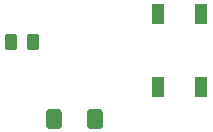
<source format=gbr>
%TF.GenerationSoftware,KiCad,Pcbnew,8.0.6*%
%TF.CreationDate,2024-11-20T16:48:10-08:00*%
%TF.ProjectId,Garage Door Opener,47617261-6765-4204-946f-6f72204f7065,rev?*%
%TF.SameCoordinates,Original*%
%TF.FileFunction,Paste,Top*%
%TF.FilePolarity,Positive*%
%FSLAX46Y46*%
G04 Gerber Fmt 4.6, Leading zero omitted, Abs format (unit mm)*
G04 Created by KiCad (PCBNEW 8.0.6) date 2024-11-20 16:48:10*
%MOMM*%
%LPD*%
G01*
G04 APERTURE LIST*
G04 Aperture macros list*
%AMRoundRect*
0 Rectangle with rounded corners*
0 $1 Rounding radius*
0 $2 $3 $4 $5 $6 $7 $8 $9 X,Y pos of 4 corners*
0 Add a 4 corners polygon primitive as box body*
4,1,4,$2,$3,$4,$5,$6,$7,$8,$9,$2,$3,0*
0 Add four circle primitives for the rounded corners*
1,1,$1+$1,$2,$3*
1,1,$1+$1,$4,$5*
1,1,$1+$1,$6,$7*
1,1,$1+$1,$8,$9*
0 Add four rect primitives between the rounded corners*
20,1,$1+$1,$2,$3,$4,$5,0*
20,1,$1+$1,$4,$5,$6,$7,0*
20,1,$1+$1,$6,$7,$8,$9,0*
20,1,$1+$1,$8,$9,$2,$3,0*%
G04 Aperture macros list end*
%ADD10RoundRect,0.250000X-0.262500X-0.450000X0.262500X-0.450000X0.262500X0.450000X-0.262500X0.450000X0*%
%ADD11RoundRect,0.250000X0.400000X0.600000X-0.400000X0.600000X-0.400000X-0.600000X0.400000X-0.600000X0*%
%ADD12R,1.100000X1.800000*%
G04 APERTURE END LIST*
D10*
%TO.C,R1*%
X101100000Y-65600000D03*
X102925000Y-65600000D03*
%TD*%
D11*
%TO.C,D1*%
X108200000Y-72100000D03*
X104700000Y-72100000D03*
%TD*%
D12*
%TO.C,SW1*%
X113500000Y-69400000D03*
X113500000Y-63200000D03*
X117200000Y-69400000D03*
X117200000Y-63200000D03*
%TD*%
M02*

</source>
